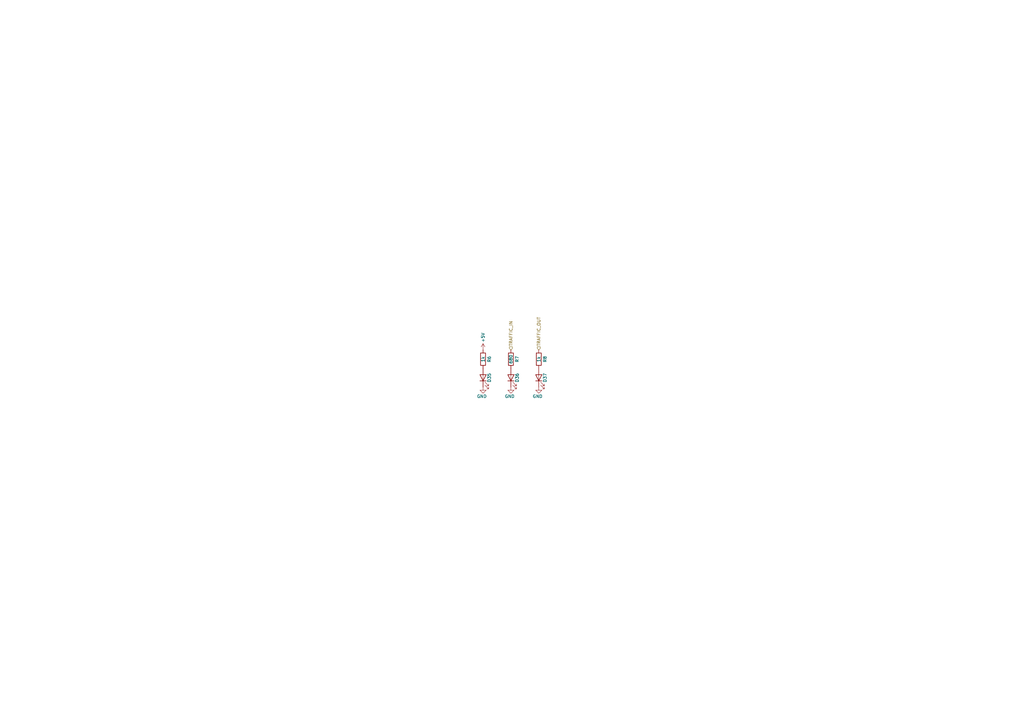
<source format=kicad_sch>
(kicad_sch (version 20211123) (generator eeschema)
  (paper "A3")
  (title_block (title "OpenDeck v2"))
  (lib_symbols
    (symbol "Device:LED" (pin_numbers hide) (pin_names (offset 1.016) hide)
      (property "Reference" "D" (at 0 2.54 0))
      (property "Value" "LED" (at 0 -2.54 0))
      (symbol "LED_0_1"
        (polyline (pts (xy -1.27 -1.27) (xy -1.27 1.27)) (stroke (width 0.254)))
        (polyline (pts (xy -1.27 0) (xy 1.27 0)))
        (polyline (pts (xy 1.27 -1.27) (xy 1.27 1.27) (xy -1.27 0) (xy 1.27 -1.27)) (stroke (width 0.254)))
        (polyline (pts (xy -3.048 -0.762) (xy -4.572 -2.286) (xy -3.81 -2.286) (xy -4.572 -2.286) (xy -4.572 -1.524)))
        (polyline (pts (xy -1.778 -0.762) (xy -3.302 -2.286) (xy -2.54 -2.286) (xy -3.302 -2.286) (xy -3.302 -1.524)))
      )
      (symbol "LED_1_1"
        (pin passive line (at -3.81 0 0) (length 2.54) (name "K") (number "1"))
        (pin passive line (at 3.81 0 180) (length 2.54) (name "A") (number "2"))
      )
    )
    (symbol "Device:R" (pin_numbers hide) (pin_names (offset 0))
      (property "Reference" "R" (at 2.032 0 90))
      (property "Value" "R" (at 0 0 90))
      (symbol "R_0_1"
        (rectangle (start -1.016 -2.54) (end 1.016 2.54) (stroke (width 0.254)))
      )
      (symbol "R_1_1"
        (pin passive line (at 0 3.81 270) (length 1.27) (name "~") (number "1"))
        (pin passive line (at 0 -3.81 90) (length 1.27) (name "~") (number "2"))
      )
    )
    (symbol "power:+5V" (power) (pin_names (offset 0))
      (property "Value" "+5V" (at 0 3.556 0))
      (symbol "+5V_0_1"
        (polyline (pts (xy -0.762 1.27) (xy 0 2.54)))
        (polyline (pts (xy 0 0) (xy 0 2.54)))
        (polyline (pts (xy 0 2.54) (xy 0.762 1.27)))
      )
      (symbol "+5V_1_1"
        (pin power_in line (at 0 0 90) (length 0) hide (name "+5V") (number "1"))
      )
    )
    (symbol "power:GND" (power) (pin_names (offset 0))
      (property "Value" "GND" (at 0 -3.81 0))
      (symbol "GND_0_1"
        (polyline (pts (xy 0 0) (xy 0 -1.27) (xy 1.27 -1.27) (xy 0 -2.54) (xy -1.27 -1.27) (xy 0 -1.27)))
      )
      (symbol "GND_1_1"
        (pin power_in line (at 0 0 270) (length 0) hide (name "GND") (number "1"))
      )
    )
  )
  (hierarchical_label "TRAFFIC_OUT" (shape input) (at 220.98 143.51 90))
  (hierarchical_label "TRAFFIC_IN" (shape input) (at 209.55 143.51 90))
  (symbol (lib_id "Device:R") (at 220.98 147.32 0) (unit 1)
    (property "Reference" "R8" (at 223.52 147.32 90))
    (property "Value" "1k" (at 220.98 147.32 90))
    (property "Footprint" "Resistor_SMD:R_0402_1005Metric" (effects hide))
    (property "LCSC" "C11702" (effects hide))
  )
  (symbol (lib_id "power:GND") (at 198.12 158.75 0) (unit 1)
    (property "Reference" "#PWR0129" (effects hide))
    (property "Value" "GND" (at 195.58 162.56 0) (effects (justify left)))
  )
  (symbol (lib_id "Device:LED") (at 198.12 154.94 90) (unit 1)
    (property "Reference" "D35" (at 200.66 154.94 0))
    (property "Value" "Red" (effects hide))
    (property "Footprint" "LED_SMD:LED_0805_2012Metric" (effects hide))
    (property "LCSC" "C84256" (effects hide))
  )
  (symbol (lib_id "power:GND") (at 220.98 158.75 0) (unit 1)
    (property "Reference" "#PWR0130" (effects hide))
    (property "Value" "GND" (at 218.44 162.56 0) (effects (justify left)))
  )
  (symbol (lib_id "power:GND") (at 209.55 158.75 0) (unit 1)
    (property "Reference" "#PWR0128" (effects hide))
    (property "Value" "GND" (at 207.01 162.56 0) (effects (justify left)))
  )
  (symbol (lib_id "Device:LED") (at 209.55 154.94 90) (unit 1)
    (property "Reference" "D36" (at 212.09 154.94 0))
    (property "Value" "Green" (effects hide))
    (property "Footprint" "LED_SMD:LED_0805_2012Metric" (effects hide))
    (property "LCSC" "C142303" (effects hide))
  )
  (symbol (lib_id "Device:LED") (at 220.98 154.94 90) (unit 1)
    (property "Reference" "D37" (at 223.52 154.94 0))
    (property "Value" "Blue" (effects hide))
    (property "Footprint" "LED_SMD:LED_0805_2012Metric" (effects hide))
    (property "LCSC" "C84259" (effects hide))
  )
  (symbol (lib_id "power:+5V") (at 198.12 143.51 0) (mirror y) (unit 1)
    (property "Reference" "#PWR0127" (effects hide))
    (property "Value" "+5V" (at 198.12 138.43 90))
  )
  (symbol (lib_id "Device:R") (at 198.12 147.32 0) (unit 1)
    (property "Reference" "R6" (at 200.66 147.32 90))
    (property "Value" "1k" (at 198.12 147.32 90))
    (property "Footprint" "Resistor_SMD:R_0402_1005Metric" (effects hide))
    (property "LCSC" "C11702" (effects hide))
  )
  (symbol (lib_id "Device:R") (at 209.55 147.32 0) (unit 1)
    (property "Reference" "R7" (at 212.09 147.32 90))
    (property "Value" "680" (at 209.55 147.32 90))
    (property "Footprint" "Resistor_SMD:R_0402_1005Metric" (effects hide))
    (property "LCSC" "C25130" (effects hide))
  )
)
</source>
